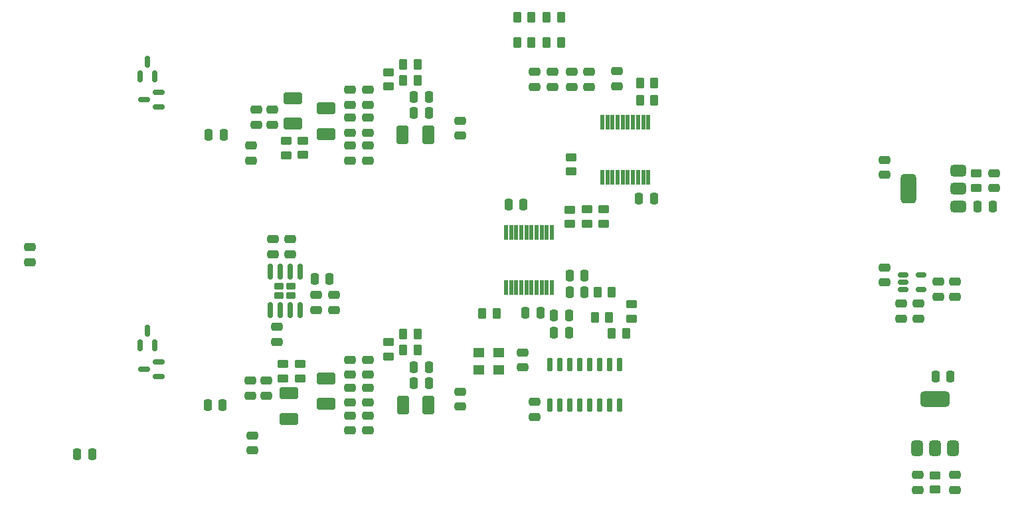
<source format=gbp>
G04 #@! TF.GenerationSoftware,KiCad,Pcbnew,8.0.1*
G04 #@! TF.CreationDate,2024-10-20T11:35:17+02:00*
G04 #@! TF.ProjectId,MISRC_v2.2,4d495352-435f-4763-922e-322e6b696361,0.3*
G04 #@! TF.SameCoordinates,Original*
G04 #@! TF.FileFunction,Paste,Bot*
G04 #@! TF.FilePolarity,Positive*
%FSLAX46Y46*%
G04 Gerber Fmt 4.6, Leading zero omitted, Abs format (unit mm)*
G04 Created by KiCad (PCBNEW 8.0.1) date 2024-10-20 11:35:17*
%MOMM*%
%LPD*%
G01*
G04 APERTURE LIST*
G04 Aperture macros list*
%AMRoundRect*
0 Rectangle with rounded corners*
0 $1 Rounding radius*
0 $2 $3 $4 $5 $6 $7 $8 $9 X,Y pos of 4 corners*
0 Add a 4 corners polygon primitive as box body*
4,1,4,$2,$3,$4,$5,$6,$7,$8,$9,$2,$3,0*
0 Add four circle primitives for the rounded corners*
1,1,$1+$1,$2,$3*
1,1,$1+$1,$4,$5*
1,1,$1+$1,$6,$7*
1,1,$1+$1,$8,$9*
0 Add four rect primitives between the rounded corners*
20,1,$1+$1,$2,$3,$4,$5,0*
20,1,$1+$1,$4,$5,$6,$7,0*
20,1,$1+$1,$6,$7,$8,$9,0*
20,1,$1+$1,$8,$9,$2,$3,0*%
G04 Aperture macros list end*
%ADD10RoundRect,0.250000X-0.250000X-0.475000X0.250000X-0.475000X0.250000X0.475000X-0.250000X0.475000X0*%
%ADD11RoundRect,0.250001X-0.924999X0.499999X-0.924999X-0.499999X0.924999X-0.499999X0.924999X0.499999X0*%
%ADD12RoundRect,0.250000X-0.475000X0.250000X-0.475000X-0.250000X0.475000X-0.250000X0.475000X0.250000X0*%
%ADD13RoundRect,0.250000X0.475000X-0.250000X0.475000X0.250000X-0.475000X0.250000X-0.475000X-0.250000X0*%
%ADD14RoundRect,0.250000X-0.262500X-0.450000X0.262500X-0.450000X0.262500X0.450000X-0.262500X0.450000X0*%
%ADD15R,1.400000X1.200000*%
%ADD16RoundRect,0.150000X0.150000X-0.587500X0.150000X0.587500X-0.150000X0.587500X-0.150000X-0.587500X0*%
%ADD17RoundRect,0.250000X-0.450000X0.262500X-0.450000X-0.262500X0.450000X-0.262500X0.450000X0.262500X0*%
%ADD18RoundRect,0.250000X0.262500X0.450000X-0.262500X0.450000X-0.262500X-0.450000X0.262500X-0.450000X0*%
%ADD19RoundRect,0.375000X0.375000X-0.625000X0.375000X0.625000X-0.375000X0.625000X-0.375000X-0.625000X0*%
%ADD20RoundRect,0.500000X1.400000X-0.500000X1.400000X0.500000X-1.400000X0.500000X-1.400000X-0.500000X0*%
%ADD21RoundRect,0.230000X0.375000X-0.230000X0.375000X0.230000X-0.375000X0.230000X-0.375000X-0.230000X0*%
%ADD22RoundRect,0.150000X0.150000X-0.825000X0.150000X0.825000X-0.150000X0.825000X-0.150000X-0.825000X0*%
%ADD23RoundRect,0.250001X0.924999X-0.499999X0.924999X0.499999X-0.924999X0.499999X-0.924999X-0.499999X0*%
%ADD24RoundRect,0.250000X0.450000X-0.262500X0.450000X0.262500X-0.450000X0.262500X-0.450000X-0.262500X0*%
%ADD25RoundRect,0.250000X0.250000X0.475000X-0.250000X0.475000X-0.250000X-0.475000X0.250000X-0.475000X0*%
%ADD26RoundRect,0.375000X0.625000X0.375000X-0.625000X0.375000X-0.625000X-0.375000X0.625000X-0.375000X0*%
%ADD27RoundRect,0.500000X0.500000X1.400000X-0.500000X1.400000X-0.500000X-1.400000X0.500000X-1.400000X0*%
%ADD28RoundRect,0.250001X-0.499999X-0.924999X0.499999X-0.924999X0.499999X0.924999X-0.499999X0.924999X0*%
%ADD29RoundRect,0.150000X-0.512500X-0.150000X0.512500X-0.150000X0.512500X0.150000X-0.512500X0.150000X0*%
%ADD30RoundRect,0.150000X0.587500X0.150000X-0.587500X0.150000X-0.587500X-0.150000X0.587500X-0.150000X0*%
%ADD31RoundRect,0.150000X-0.150000X0.725000X-0.150000X-0.725000X0.150000X-0.725000X0.150000X0.725000X0*%
%ADD32RoundRect,0.028800X0.211200X-0.921200X0.211200X0.921200X-0.211200X0.921200X-0.211200X-0.921200X0*%
%ADD33RoundRect,0.028800X-0.211200X0.921200X-0.211200X-0.921200X0.211200X-0.921200X0.211200X0.921200X0*%
G04 APERTURE END LIST*
D10*
X100015000Y-117856000D03*
X101915000Y-117856000D03*
D11*
X110363000Y-116358000D03*
X110363000Y-119608000D03*
D10*
X138350000Y-92300000D03*
X140250000Y-92300000D03*
D12*
X132207000Y-81600000D03*
X132207000Y-83500000D03*
D13*
X118097000Y-83119000D03*
X118097000Y-81219000D03*
D14*
X143207100Y-71678800D03*
X145032100Y-71678800D03*
D10*
X198154000Y-92536000D03*
X200054000Y-92536000D03*
D13*
X148590000Y-77287200D03*
X148590000Y-75387200D03*
X195273928Y-104032933D03*
X195273928Y-102132933D03*
D15*
X137140000Y-113400000D03*
X134600000Y-113400000D03*
X134600000Y-111200000D03*
X137140000Y-111200000D03*
D16*
X93279000Y-75994500D03*
X91379000Y-75994500D03*
X92329000Y-74119500D03*
D12*
X141630400Y-75387200D03*
X141630400Y-77287200D03*
D17*
X112141000Y-84154000D03*
X112141000Y-85979000D03*
D13*
X108839000Y-109789000D03*
X108839000Y-107889000D03*
D12*
X190500000Y-126800000D03*
X190500000Y-128700000D03*
D17*
X192750000Y-126837500D03*
X192750000Y-128662500D03*
D18*
X126769500Y-110871000D03*
X124944500Y-110871000D03*
D12*
X120396000Y-112080000D03*
X120396000Y-113980000D03*
D10*
X126291000Y-80645000D03*
X128191000Y-80645000D03*
D18*
X126756500Y-76454000D03*
X124931500Y-76454000D03*
D10*
X144150000Y-108600000D03*
X146050000Y-108600000D03*
D17*
X148350000Y-92925000D03*
X148350000Y-94750000D03*
D12*
X118097000Y-77663000D03*
X118097000Y-79563000D03*
D13*
X186250000Y-102200000D03*
X186250000Y-100300000D03*
D19*
X195050000Y-123400000D03*
X192750000Y-123400000D03*
D20*
X192750000Y-117100000D03*
D19*
X190450000Y-123400000D03*
D12*
X195250000Y-126800000D03*
X195250000Y-128700000D03*
D13*
X118110000Y-121092000D03*
X118110000Y-119192000D03*
D17*
X150450000Y-92925000D03*
X150450000Y-94750000D03*
D12*
X140150000Y-111150000D03*
X140150000Y-113050000D03*
D16*
X93279000Y-110290000D03*
X91379000Y-110290000D03*
X92329000Y-108415000D03*
D12*
X105537000Y-84775000D03*
X105537000Y-86675000D03*
X120383000Y-77663000D03*
X120383000Y-79563000D03*
D21*
X109093000Y-103883000D03*
X110593000Y-103883000D03*
X109093000Y-102743000D03*
X110593000Y-102743000D03*
D22*
X111748000Y-105788000D03*
X110478000Y-105788000D03*
X109208000Y-105788000D03*
X107938000Y-105788000D03*
X107938000Y-100838000D03*
X109208000Y-100838000D03*
X110478000Y-100838000D03*
X111748000Y-100838000D03*
D12*
X143916400Y-75387200D03*
X143916400Y-77287200D03*
D23*
X115049000Y-83286000D03*
X115049000Y-80036000D03*
D12*
X200250000Y-88300000D03*
X200250000Y-90200000D03*
D24*
X154000000Y-106825000D03*
X154000000Y-105000000D03*
D17*
X123063000Y-109831500D03*
X123063000Y-111656500D03*
D10*
X126304000Y-113030000D03*
X128204000Y-113030000D03*
X144150000Y-106450000D03*
X146050000Y-106450000D03*
D25*
X148050000Y-103500000D03*
X146150000Y-103500000D03*
D14*
X139447900Y-71678800D03*
X141272900Y-71678800D03*
X139447900Y-68427600D03*
X141272900Y-68427600D03*
D13*
X120396000Y-121092000D03*
X120396000Y-119192000D03*
X152196800Y-77200800D03*
X152196800Y-75300800D03*
D18*
X126756500Y-74422000D03*
X124931500Y-74422000D03*
D12*
X77350000Y-97750000D03*
X77350000Y-99650000D03*
D18*
X153325000Y-108750000D03*
X151500000Y-108750000D03*
D13*
X106172000Y-82103000D03*
X106172000Y-80203000D03*
D26*
X195650000Y-87950000D03*
X195650000Y-90250000D03*
D27*
X189350000Y-90250000D03*
D26*
X195650000Y-92550000D03*
D10*
X126304000Y-115062000D03*
X128204000Y-115062000D03*
D25*
X156900000Y-91500000D03*
X155000000Y-91500000D03*
D13*
X120383000Y-86675000D03*
X120383000Y-84775000D03*
D12*
X118110000Y-112080000D03*
X118110000Y-113980000D03*
D18*
X156919300Y-76809600D03*
X155094300Y-76809600D03*
D17*
X123050000Y-75414500D03*
X123050000Y-77239500D03*
D18*
X151525000Y-103500000D03*
X149700000Y-103500000D03*
X126769500Y-108839000D03*
X124944500Y-108839000D03*
X156919300Y-78994000D03*
X155094300Y-78994000D03*
D13*
X186250000Y-88500000D03*
X186250000Y-86600000D03*
D12*
X132207000Y-116144000D03*
X132207000Y-118044000D03*
D24*
X111760000Y-114450500D03*
X111760000Y-112625500D03*
D13*
X120383000Y-83119000D03*
X120383000Y-81219000D03*
D12*
X110490000Y-96713000D03*
X110490000Y-98613000D03*
D23*
X115062000Y-117703000D03*
X115062000Y-114453000D03*
D28*
X124867000Y-117856000D03*
X128117000Y-117856000D03*
D29*
X188675428Y-103143933D03*
X188675428Y-102193933D03*
X188675428Y-101243933D03*
X190950428Y-101243933D03*
X190950428Y-103143933D03*
D13*
X190584428Y-106843933D03*
X190584428Y-104943933D03*
D24*
X198000000Y-90162500D03*
X198000000Y-88337500D03*
D23*
X110871000Y-81990000D03*
X110871000Y-78740000D03*
D30*
X93774500Y-112334000D03*
X93774500Y-114234000D03*
X91899500Y-113284000D03*
D31*
X143630000Y-112725000D03*
X144900000Y-112725000D03*
X146170000Y-112725000D03*
X147440000Y-112725000D03*
X148710000Y-112725000D03*
X149980000Y-112725000D03*
X151250000Y-112725000D03*
X152520000Y-112725000D03*
X152520000Y-117875000D03*
X151250000Y-117875000D03*
X149980000Y-117875000D03*
X148710000Y-117875000D03*
X147440000Y-117875000D03*
X146170000Y-117875000D03*
X144900000Y-117875000D03*
X143630000Y-117875000D03*
D25*
X142400000Y-106100000D03*
X140500000Y-106100000D03*
D13*
X105410000Y-116647000D03*
X105410000Y-114747000D03*
X146405600Y-77287200D03*
X146405600Y-75387200D03*
D24*
X146304000Y-88085300D03*
X146304000Y-86260300D03*
D25*
X148050000Y-101350000D03*
X146150000Y-101350000D03*
D24*
X146200000Y-94775000D03*
X146200000Y-92950000D03*
D14*
X134987500Y-106200000D03*
X136812500Y-106200000D03*
D24*
X109982000Y-86002500D03*
X109982000Y-84177500D03*
D14*
X143207100Y-68427600D03*
X145032100Y-68427600D03*
D13*
X188425428Y-106843933D03*
X188425428Y-104943933D03*
D25*
X115550000Y-101750000D03*
X113650000Y-101750000D03*
D32*
X143875000Y-102870000D03*
X143225000Y-102870000D03*
X142575000Y-102870000D03*
X141925000Y-102870000D03*
X141275000Y-102870000D03*
X140625000Y-102870000D03*
X139975000Y-102870000D03*
X139325000Y-102870000D03*
X138675000Y-102870000D03*
X138025000Y-102870000D03*
X138025000Y-95860000D03*
X138675000Y-95860000D03*
X139325000Y-95860000D03*
X139975000Y-95860000D03*
X140625000Y-95860000D03*
X141275000Y-95860000D03*
X141925000Y-95860000D03*
X142575000Y-95860000D03*
X143225000Y-95860000D03*
X143875000Y-95860000D03*
D30*
X93780000Y-77978000D03*
X93780000Y-79878000D03*
X91905000Y-78928000D03*
D13*
X118097000Y-86675000D03*
X118097000Y-84775000D03*
D18*
X151175000Y-106700000D03*
X149350000Y-106700000D03*
D12*
X141700000Y-117450000D03*
X141700000Y-119350000D03*
D13*
X120396000Y-117536000D03*
X120396000Y-115636000D03*
X108204000Y-82103000D03*
X108204000Y-80203000D03*
D10*
X192800000Y-114250000D03*
X194700000Y-114250000D03*
D13*
X107442000Y-116647000D03*
X107442000Y-114747000D03*
D10*
X126291000Y-78613000D03*
X128191000Y-78613000D03*
D12*
X105664000Y-121732000D03*
X105664000Y-123632000D03*
D33*
X150317200Y-81788400D03*
X150967200Y-81788400D03*
X151617200Y-81788400D03*
X152267200Y-81788400D03*
X152917200Y-81788400D03*
X153567200Y-81788400D03*
X154217200Y-81788400D03*
X154867200Y-81788400D03*
X155517200Y-81788400D03*
X156167200Y-81788400D03*
X156167200Y-88798400D03*
X155517200Y-88798400D03*
X154867200Y-88798400D03*
X154217200Y-88798400D03*
X153567200Y-88798400D03*
X152917200Y-88798400D03*
X152267200Y-88798400D03*
X151617200Y-88798400D03*
X150967200Y-88798400D03*
X150317200Y-88798400D03*
D10*
X100142000Y-83439000D03*
X102042000Y-83439000D03*
D13*
X118110000Y-117536000D03*
X118110000Y-115636000D03*
D28*
X124854000Y-83439000D03*
X128104000Y-83439000D03*
D13*
X116078000Y-105725000D03*
X116078000Y-103825000D03*
D10*
X83350000Y-124100000D03*
X85250000Y-124100000D03*
D17*
X109601000Y-112625500D03*
X109601000Y-114450500D03*
D13*
X193114928Y-104032933D03*
X193114928Y-102132933D03*
X113792000Y-105725000D03*
X113792000Y-103825000D03*
X108331000Y-98613000D03*
X108331000Y-96713000D03*
M02*

</source>
